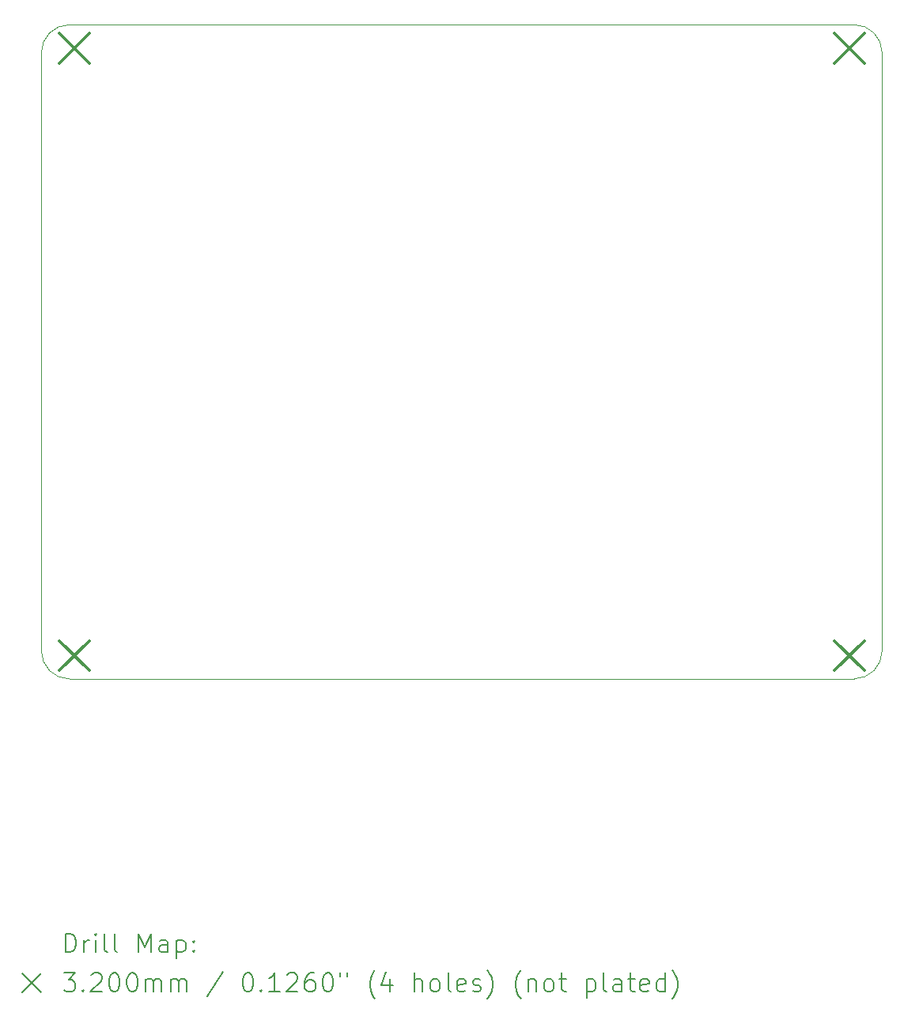
<source format=gbr>
%TF.GenerationSoftware,KiCad,Pcbnew,8.0.3-8.0.3-0~ubuntu22.04.1*%
%TF.CreationDate,2024-06-14T00:20:52-04:00*%
%TF.ProjectId,GarageDoor,47617261-6765-4446-9f6f-722e6b696361,rev?*%
%TF.SameCoordinates,Original*%
%TF.FileFunction,Drillmap*%
%TF.FilePolarity,Positive*%
%FSLAX45Y45*%
G04 Gerber Fmt 4.5, Leading zero omitted, Abs format (unit mm)*
G04 Created by KiCad (PCBNEW 8.0.3-8.0.3-0~ubuntu22.04.1) date 2024-06-14 00:20:52*
%MOMM*%
%LPD*%
G01*
G04 APERTURE LIST*
%ADD10C,0.050000*%
%ADD11C,0.200000*%
%ADD12C,0.320000*%
G04 APERTURE END LIST*
D10*
X11500000Y-2800000D02*
X11500000Y-9200000D01*
X2500000Y-2800000D02*
G75*
G02*
X2800000Y-2500000I300000J0D01*
G01*
X2500000Y-9200000D02*
X2500000Y-2800000D01*
X11500000Y-9200000D02*
G75*
G02*
X11200000Y-9500000I-300000J0D01*
G01*
X2800000Y-9500000D02*
G75*
G02*
X2500000Y-9200000I0J300000D01*
G01*
X11200000Y-2500000D02*
G75*
G02*
X11500000Y-2800000I0J-300000D01*
G01*
X2800000Y-2500000D02*
X11200000Y-2500000D01*
X11200000Y-9500000D02*
X2800000Y-9500000D01*
D11*
D12*
X2690000Y-2590000D02*
X3010000Y-2910000D01*
X3010000Y-2590000D02*
X2690000Y-2910000D01*
X2690000Y-9090000D02*
X3010000Y-9410000D01*
X3010000Y-9090000D02*
X2690000Y-9410000D01*
X10990000Y-2590000D02*
X11310000Y-2910000D01*
X11310000Y-2590000D02*
X10990000Y-2910000D01*
X10990000Y-9090000D02*
X11310000Y-9410000D01*
X11310000Y-9090000D02*
X10990000Y-9410000D01*
D11*
X2758277Y-12424984D02*
X2758277Y-12224984D01*
X2758277Y-12224984D02*
X2805896Y-12224984D01*
X2805896Y-12224984D02*
X2834467Y-12234508D01*
X2834467Y-12234508D02*
X2853515Y-12253555D01*
X2853515Y-12253555D02*
X2863039Y-12272603D01*
X2863039Y-12272603D02*
X2872562Y-12310698D01*
X2872562Y-12310698D02*
X2872562Y-12339269D01*
X2872562Y-12339269D02*
X2863039Y-12377365D01*
X2863039Y-12377365D02*
X2853515Y-12396412D01*
X2853515Y-12396412D02*
X2834467Y-12415460D01*
X2834467Y-12415460D02*
X2805896Y-12424984D01*
X2805896Y-12424984D02*
X2758277Y-12424984D01*
X2958277Y-12424984D02*
X2958277Y-12291650D01*
X2958277Y-12329746D02*
X2967801Y-12310698D01*
X2967801Y-12310698D02*
X2977324Y-12301174D01*
X2977324Y-12301174D02*
X2996372Y-12291650D01*
X2996372Y-12291650D02*
X3015420Y-12291650D01*
X3082086Y-12424984D02*
X3082086Y-12291650D01*
X3082086Y-12224984D02*
X3072562Y-12234508D01*
X3072562Y-12234508D02*
X3082086Y-12244031D01*
X3082086Y-12244031D02*
X3091610Y-12234508D01*
X3091610Y-12234508D02*
X3082086Y-12224984D01*
X3082086Y-12224984D02*
X3082086Y-12244031D01*
X3205896Y-12424984D02*
X3186848Y-12415460D01*
X3186848Y-12415460D02*
X3177324Y-12396412D01*
X3177324Y-12396412D02*
X3177324Y-12224984D01*
X3310658Y-12424984D02*
X3291610Y-12415460D01*
X3291610Y-12415460D02*
X3282086Y-12396412D01*
X3282086Y-12396412D02*
X3282086Y-12224984D01*
X3539229Y-12424984D02*
X3539229Y-12224984D01*
X3539229Y-12224984D02*
X3605896Y-12367841D01*
X3605896Y-12367841D02*
X3672562Y-12224984D01*
X3672562Y-12224984D02*
X3672562Y-12424984D01*
X3853515Y-12424984D02*
X3853515Y-12320222D01*
X3853515Y-12320222D02*
X3843991Y-12301174D01*
X3843991Y-12301174D02*
X3824943Y-12291650D01*
X3824943Y-12291650D02*
X3786848Y-12291650D01*
X3786848Y-12291650D02*
X3767801Y-12301174D01*
X3853515Y-12415460D02*
X3834467Y-12424984D01*
X3834467Y-12424984D02*
X3786848Y-12424984D01*
X3786848Y-12424984D02*
X3767801Y-12415460D01*
X3767801Y-12415460D02*
X3758277Y-12396412D01*
X3758277Y-12396412D02*
X3758277Y-12377365D01*
X3758277Y-12377365D02*
X3767801Y-12358317D01*
X3767801Y-12358317D02*
X3786848Y-12348793D01*
X3786848Y-12348793D02*
X3834467Y-12348793D01*
X3834467Y-12348793D02*
X3853515Y-12339269D01*
X3948753Y-12291650D02*
X3948753Y-12491650D01*
X3948753Y-12301174D02*
X3967801Y-12291650D01*
X3967801Y-12291650D02*
X4005896Y-12291650D01*
X4005896Y-12291650D02*
X4024943Y-12301174D01*
X4024943Y-12301174D02*
X4034467Y-12310698D01*
X4034467Y-12310698D02*
X4043991Y-12329746D01*
X4043991Y-12329746D02*
X4043991Y-12386888D01*
X4043991Y-12386888D02*
X4034467Y-12405936D01*
X4034467Y-12405936D02*
X4024943Y-12415460D01*
X4024943Y-12415460D02*
X4005896Y-12424984D01*
X4005896Y-12424984D02*
X3967801Y-12424984D01*
X3967801Y-12424984D02*
X3948753Y-12415460D01*
X4129705Y-12405936D02*
X4139229Y-12415460D01*
X4139229Y-12415460D02*
X4129705Y-12424984D01*
X4129705Y-12424984D02*
X4120182Y-12415460D01*
X4120182Y-12415460D02*
X4129705Y-12405936D01*
X4129705Y-12405936D02*
X4129705Y-12424984D01*
X4129705Y-12301174D02*
X4139229Y-12310698D01*
X4139229Y-12310698D02*
X4129705Y-12320222D01*
X4129705Y-12320222D02*
X4120182Y-12310698D01*
X4120182Y-12310698D02*
X4129705Y-12301174D01*
X4129705Y-12301174D02*
X4129705Y-12320222D01*
X2297500Y-12653500D02*
X2497500Y-12853500D01*
X2497500Y-12653500D02*
X2297500Y-12853500D01*
X2739229Y-12644984D02*
X2863039Y-12644984D01*
X2863039Y-12644984D02*
X2796372Y-12721174D01*
X2796372Y-12721174D02*
X2824943Y-12721174D01*
X2824943Y-12721174D02*
X2843991Y-12730698D01*
X2843991Y-12730698D02*
X2853515Y-12740222D01*
X2853515Y-12740222D02*
X2863039Y-12759269D01*
X2863039Y-12759269D02*
X2863039Y-12806888D01*
X2863039Y-12806888D02*
X2853515Y-12825936D01*
X2853515Y-12825936D02*
X2843991Y-12835460D01*
X2843991Y-12835460D02*
X2824943Y-12844984D01*
X2824943Y-12844984D02*
X2767801Y-12844984D01*
X2767801Y-12844984D02*
X2748753Y-12835460D01*
X2748753Y-12835460D02*
X2739229Y-12825936D01*
X2948753Y-12825936D02*
X2958277Y-12835460D01*
X2958277Y-12835460D02*
X2948753Y-12844984D01*
X2948753Y-12844984D02*
X2939229Y-12835460D01*
X2939229Y-12835460D02*
X2948753Y-12825936D01*
X2948753Y-12825936D02*
X2948753Y-12844984D01*
X3034467Y-12664031D02*
X3043991Y-12654508D01*
X3043991Y-12654508D02*
X3063039Y-12644984D01*
X3063039Y-12644984D02*
X3110658Y-12644984D01*
X3110658Y-12644984D02*
X3129705Y-12654508D01*
X3129705Y-12654508D02*
X3139229Y-12664031D01*
X3139229Y-12664031D02*
X3148753Y-12683079D01*
X3148753Y-12683079D02*
X3148753Y-12702127D01*
X3148753Y-12702127D02*
X3139229Y-12730698D01*
X3139229Y-12730698D02*
X3024943Y-12844984D01*
X3024943Y-12844984D02*
X3148753Y-12844984D01*
X3272562Y-12644984D02*
X3291610Y-12644984D01*
X3291610Y-12644984D02*
X3310658Y-12654508D01*
X3310658Y-12654508D02*
X3320182Y-12664031D01*
X3320182Y-12664031D02*
X3329705Y-12683079D01*
X3329705Y-12683079D02*
X3339229Y-12721174D01*
X3339229Y-12721174D02*
X3339229Y-12768793D01*
X3339229Y-12768793D02*
X3329705Y-12806888D01*
X3329705Y-12806888D02*
X3320182Y-12825936D01*
X3320182Y-12825936D02*
X3310658Y-12835460D01*
X3310658Y-12835460D02*
X3291610Y-12844984D01*
X3291610Y-12844984D02*
X3272562Y-12844984D01*
X3272562Y-12844984D02*
X3253515Y-12835460D01*
X3253515Y-12835460D02*
X3243991Y-12825936D01*
X3243991Y-12825936D02*
X3234467Y-12806888D01*
X3234467Y-12806888D02*
X3224943Y-12768793D01*
X3224943Y-12768793D02*
X3224943Y-12721174D01*
X3224943Y-12721174D02*
X3234467Y-12683079D01*
X3234467Y-12683079D02*
X3243991Y-12664031D01*
X3243991Y-12664031D02*
X3253515Y-12654508D01*
X3253515Y-12654508D02*
X3272562Y-12644984D01*
X3463039Y-12644984D02*
X3482086Y-12644984D01*
X3482086Y-12644984D02*
X3501134Y-12654508D01*
X3501134Y-12654508D02*
X3510658Y-12664031D01*
X3510658Y-12664031D02*
X3520182Y-12683079D01*
X3520182Y-12683079D02*
X3529705Y-12721174D01*
X3529705Y-12721174D02*
X3529705Y-12768793D01*
X3529705Y-12768793D02*
X3520182Y-12806888D01*
X3520182Y-12806888D02*
X3510658Y-12825936D01*
X3510658Y-12825936D02*
X3501134Y-12835460D01*
X3501134Y-12835460D02*
X3482086Y-12844984D01*
X3482086Y-12844984D02*
X3463039Y-12844984D01*
X3463039Y-12844984D02*
X3443991Y-12835460D01*
X3443991Y-12835460D02*
X3434467Y-12825936D01*
X3434467Y-12825936D02*
X3424943Y-12806888D01*
X3424943Y-12806888D02*
X3415420Y-12768793D01*
X3415420Y-12768793D02*
X3415420Y-12721174D01*
X3415420Y-12721174D02*
X3424943Y-12683079D01*
X3424943Y-12683079D02*
X3434467Y-12664031D01*
X3434467Y-12664031D02*
X3443991Y-12654508D01*
X3443991Y-12654508D02*
X3463039Y-12644984D01*
X3615420Y-12844984D02*
X3615420Y-12711650D01*
X3615420Y-12730698D02*
X3624943Y-12721174D01*
X3624943Y-12721174D02*
X3643991Y-12711650D01*
X3643991Y-12711650D02*
X3672563Y-12711650D01*
X3672563Y-12711650D02*
X3691610Y-12721174D01*
X3691610Y-12721174D02*
X3701134Y-12740222D01*
X3701134Y-12740222D02*
X3701134Y-12844984D01*
X3701134Y-12740222D02*
X3710658Y-12721174D01*
X3710658Y-12721174D02*
X3729705Y-12711650D01*
X3729705Y-12711650D02*
X3758277Y-12711650D01*
X3758277Y-12711650D02*
X3777324Y-12721174D01*
X3777324Y-12721174D02*
X3786848Y-12740222D01*
X3786848Y-12740222D02*
X3786848Y-12844984D01*
X3882086Y-12844984D02*
X3882086Y-12711650D01*
X3882086Y-12730698D02*
X3891610Y-12721174D01*
X3891610Y-12721174D02*
X3910658Y-12711650D01*
X3910658Y-12711650D02*
X3939229Y-12711650D01*
X3939229Y-12711650D02*
X3958277Y-12721174D01*
X3958277Y-12721174D02*
X3967801Y-12740222D01*
X3967801Y-12740222D02*
X3967801Y-12844984D01*
X3967801Y-12740222D02*
X3977324Y-12721174D01*
X3977324Y-12721174D02*
X3996372Y-12711650D01*
X3996372Y-12711650D02*
X4024943Y-12711650D01*
X4024943Y-12711650D02*
X4043991Y-12721174D01*
X4043991Y-12721174D02*
X4053515Y-12740222D01*
X4053515Y-12740222D02*
X4053515Y-12844984D01*
X4443991Y-12635460D02*
X4272563Y-12892603D01*
X4701134Y-12644984D02*
X4720182Y-12644984D01*
X4720182Y-12644984D02*
X4739229Y-12654508D01*
X4739229Y-12654508D02*
X4748753Y-12664031D01*
X4748753Y-12664031D02*
X4758277Y-12683079D01*
X4758277Y-12683079D02*
X4767801Y-12721174D01*
X4767801Y-12721174D02*
X4767801Y-12768793D01*
X4767801Y-12768793D02*
X4758277Y-12806888D01*
X4758277Y-12806888D02*
X4748753Y-12825936D01*
X4748753Y-12825936D02*
X4739229Y-12835460D01*
X4739229Y-12835460D02*
X4720182Y-12844984D01*
X4720182Y-12844984D02*
X4701134Y-12844984D01*
X4701134Y-12844984D02*
X4682087Y-12835460D01*
X4682087Y-12835460D02*
X4672563Y-12825936D01*
X4672563Y-12825936D02*
X4663039Y-12806888D01*
X4663039Y-12806888D02*
X4653515Y-12768793D01*
X4653515Y-12768793D02*
X4653515Y-12721174D01*
X4653515Y-12721174D02*
X4663039Y-12683079D01*
X4663039Y-12683079D02*
X4672563Y-12664031D01*
X4672563Y-12664031D02*
X4682087Y-12654508D01*
X4682087Y-12654508D02*
X4701134Y-12644984D01*
X4853515Y-12825936D02*
X4863039Y-12835460D01*
X4863039Y-12835460D02*
X4853515Y-12844984D01*
X4853515Y-12844984D02*
X4843991Y-12835460D01*
X4843991Y-12835460D02*
X4853515Y-12825936D01*
X4853515Y-12825936D02*
X4853515Y-12844984D01*
X5053515Y-12844984D02*
X4939229Y-12844984D01*
X4996372Y-12844984D02*
X4996372Y-12644984D01*
X4996372Y-12644984D02*
X4977325Y-12673555D01*
X4977325Y-12673555D02*
X4958277Y-12692603D01*
X4958277Y-12692603D02*
X4939229Y-12702127D01*
X5129706Y-12664031D02*
X5139229Y-12654508D01*
X5139229Y-12654508D02*
X5158277Y-12644984D01*
X5158277Y-12644984D02*
X5205896Y-12644984D01*
X5205896Y-12644984D02*
X5224944Y-12654508D01*
X5224944Y-12654508D02*
X5234468Y-12664031D01*
X5234468Y-12664031D02*
X5243991Y-12683079D01*
X5243991Y-12683079D02*
X5243991Y-12702127D01*
X5243991Y-12702127D02*
X5234468Y-12730698D01*
X5234468Y-12730698D02*
X5120182Y-12844984D01*
X5120182Y-12844984D02*
X5243991Y-12844984D01*
X5415420Y-12644984D02*
X5377325Y-12644984D01*
X5377325Y-12644984D02*
X5358277Y-12654508D01*
X5358277Y-12654508D02*
X5348753Y-12664031D01*
X5348753Y-12664031D02*
X5329706Y-12692603D01*
X5329706Y-12692603D02*
X5320182Y-12730698D01*
X5320182Y-12730698D02*
X5320182Y-12806888D01*
X5320182Y-12806888D02*
X5329706Y-12825936D01*
X5329706Y-12825936D02*
X5339229Y-12835460D01*
X5339229Y-12835460D02*
X5358277Y-12844984D01*
X5358277Y-12844984D02*
X5396372Y-12844984D01*
X5396372Y-12844984D02*
X5415420Y-12835460D01*
X5415420Y-12835460D02*
X5424944Y-12825936D01*
X5424944Y-12825936D02*
X5434468Y-12806888D01*
X5434468Y-12806888D02*
X5434468Y-12759269D01*
X5434468Y-12759269D02*
X5424944Y-12740222D01*
X5424944Y-12740222D02*
X5415420Y-12730698D01*
X5415420Y-12730698D02*
X5396372Y-12721174D01*
X5396372Y-12721174D02*
X5358277Y-12721174D01*
X5358277Y-12721174D02*
X5339229Y-12730698D01*
X5339229Y-12730698D02*
X5329706Y-12740222D01*
X5329706Y-12740222D02*
X5320182Y-12759269D01*
X5558277Y-12644984D02*
X5577325Y-12644984D01*
X5577325Y-12644984D02*
X5596372Y-12654508D01*
X5596372Y-12654508D02*
X5605896Y-12664031D01*
X5605896Y-12664031D02*
X5615420Y-12683079D01*
X5615420Y-12683079D02*
X5624944Y-12721174D01*
X5624944Y-12721174D02*
X5624944Y-12768793D01*
X5624944Y-12768793D02*
X5615420Y-12806888D01*
X5615420Y-12806888D02*
X5605896Y-12825936D01*
X5605896Y-12825936D02*
X5596372Y-12835460D01*
X5596372Y-12835460D02*
X5577325Y-12844984D01*
X5577325Y-12844984D02*
X5558277Y-12844984D01*
X5558277Y-12844984D02*
X5539229Y-12835460D01*
X5539229Y-12835460D02*
X5529706Y-12825936D01*
X5529706Y-12825936D02*
X5520182Y-12806888D01*
X5520182Y-12806888D02*
X5510658Y-12768793D01*
X5510658Y-12768793D02*
X5510658Y-12721174D01*
X5510658Y-12721174D02*
X5520182Y-12683079D01*
X5520182Y-12683079D02*
X5529706Y-12664031D01*
X5529706Y-12664031D02*
X5539229Y-12654508D01*
X5539229Y-12654508D02*
X5558277Y-12644984D01*
X5701134Y-12644984D02*
X5701134Y-12683079D01*
X5777325Y-12644984D02*
X5777325Y-12683079D01*
X6072563Y-12921174D02*
X6063039Y-12911650D01*
X6063039Y-12911650D02*
X6043991Y-12883079D01*
X6043991Y-12883079D02*
X6034468Y-12864031D01*
X6034468Y-12864031D02*
X6024944Y-12835460D01*
X6024944Y-12835460D02*
X6015420Y-12787841D01*
X6015420Y-12787841D02*
X6015420Y-12749746D01*
X6015420Y-12749746D02*
X6024944Y-12702127D01*
X6024944Y-12702127D02*
X6034468Y-12673555D01*
X6034468Y-12673555D02*
X6043991Y-12654508D01*
X6043991Y-12654508D02*
X6063039Y-12625936D01*
X6063039Y-12625936D02*
X6072563Y-12616412D01*
X6234468Y-12711650D02*
X6234468Y-12844984D01*
X6186848Y-12635460D02*
X6139229Y-12778317D01*
X6139229Y-12778317D02*
X6263039Y-12778317D01*
X6491610Y-12844984D02*
X6491610Y-12644984D01*
X6577325Y-12844984D02*
X6577325Y-12740222D01*
X6577325Y-12740222D02*
X6567801Y-12721174D01*
X6567801Y-12721174D02*
X6548753Y-12711650D01*
X6548753Y-12711650D02*
X6520182Y-12711650D01*
X6520182Y-12711650D02*
X6501134Y-12721174D01*
X6501134Y-12721174D02*
X6491610Y-12730698D01*
X6701134Y-12844984D02*
X6682087Y-12835460D01*
X6682087Y-12835460D02*
X6672563Y-12825936D01*
X6672563Y-12825936D02*
X6663039Y-12806888D01*
X6663039Y-12806888D02*
X6663039Y-12749746D01*
X6663039Y-12749746D02*
X6672563Y-12730698D01*
X6672563Y-12730698D02*
X6682087Y-12721174D01*
X6682087Y-12721174D02*
X6701134Y-12711650D01*
X6701134Y-12711650D02*
X6729706Y-12711650D01*
X6729706Y-12711650D02*
X6748753Y-12721174D01*
X6748753Y-12721174D02*
X6758277Y-12730698D01*
X6758277Y-12730698D02*
X6767801Y-12749746D01*
X6767801Y-12749746D02*
X6767801Y-12806888D01*
X6767801Y-12806888D02*
X6758277Y-12825936D01*
X6758277Y-12825936D02*
X6748753Y-12835460D01*
X6748753Y-12835460D02*
X6729706Y-12844984D01*
X6729706Y-12844984D02*
X6701134Y-12844984D01*
X6882087Y-12844984D02*
X6863039Y-12835460D01*
X6863039Y-12835460D02*
X6853515Y-12816412D01*
X6853515Y-12816412D02*
X6853515Y-12644984D01*
X7034468Y-12835460D02*
X7015420Y-12844984D01*
X7015420Y-12844984D02*
X6977325Y-12844984D01*
X6977325Y-12844984D02*
X6958277Y-12835460D01*
X6958277Y-12835460D02*
X6948753Y-12816412D01*
X6948753Y-12816412D02*
X6948753Y-12740222D01*
X6948753Y-12740222D02*
X6958277Y-12721174D01*
X6958277Y-12721174D02*
X6977325Y-12711650D01*
X6977325Y-12711650D02*
X7015420Y-12711650D01*
X7015420Y-12711650D02*
X7034468Y-12721174D01*
X7034468Y-12721174D02*
X7043991Y-12740222D01*
X7043991Y-12740222D02*
X7043991Y-12759269D01*
X7043991Y-12759269D02*
X6948753Y-12778317D01*
X7120182Y-12835460D02*
X7139230Y-12844984D01*
X7139230Y-12844984D02*
X7177325Y-12844984D01*
X7177325Y-12844984D02*
X7196372Y-12835460D01*
X7196372Y-12835460D02*
X7205896Y-12816412D01*
X7205896Y-12816412D02*
X7205896Y-12806888D01*
X7205896Y-12806888D02*
X7196372Y-12787841D01*
X7196372Y-12787841D02*
X7177325Y-12778317D01*
X7177325Y-12778317D02*
X7148753Y-12778317D01*
X7148753Y-12778317D02*
X7129706Y-12768793D01*
X7129706Y-12768793D02*
X7120182Y-12749746D01*
X7120182Y-12749746D02*
X7120182Y-12740222D01*
X7120182Y-12740222D02*
X7129706Y-12721174D01*
X7129706Y-12721174D02*
X7148753Y-12711650D01*
X7148753Y-12711650D02*
X7177325Y-12711650D01*
X7177325Y-12711650D02*
X7196372Y-12721174D01*
X7272563Y-12921174D02*
X7282087Y-12911650D01*
X7282087Y-12911650D02*
X7301134Y-12883079D01*
X7301134Y-12883079D02*
X7310658Y-12864031D01*
X7310658Y-12864031D02*
X7320182Y-12835460D01*
X7320182Y-12835460D02*
X7329706Y-12787841D01*
X7329706Y-12787841D02*
X7329706Y-12749746D01*
X7329706Y-12749746D02*
X7320182Y-12702127D01*
X7320182Y-12702127D02*
X7310658Y-12673555D01*
X7310658Y-12673555D02*
X7301134Y-12654508D01*
X7301134Y-12654508D02*
X7282087Y-12625936D01*
X7282087Y-12625936D02*
X7272563Y-12616412D01*
X7634468Y-12921174D02*
X7624944Y-12911650D01*
X7624944Y-12911650D02*
X7605896Y-12883079D01*
X7605896Y-12883079D02*
X7596372Y-12864031D01*
X7596372Y-12864031D02*
X7586849Y-12835460D01*
X7586849Y-12835460D02*
X7577325Y-12787841D01*
X7577325Y-12787841D02*
X7577325Y-12749746D01*
X7577325Y-12749746D02*
X7586849Y-12702127D01*
X7586849Y-12702127D02*
X7596372Y-12673555D01*
X7596372Y-12673555D02*
X7605896Y-12654508D01*
X7605896Y-12654508D02*
X7624944Y-12625936D01*
X7624944Y-12625936D02*
X7634468Y-12616412D01*
X7710658Y-12711650D02*
X7710658Y-12844984D01*
X7710658Y-12730698D02*
X7720182Y-12721174D01*
X7720182Y-12721174D02*
X7739230Y-12711650D01*
X7739230Y-12711650D02*
X7767801Y-12711650D01*
X7767801Y-12711650D02*
X7786849Y-12721174D01*
X7786849Y-12721174D02*
X7796372Y-12740222D01*
X7796372Y-12740222D02*
X7796372Y-12844984D01*
X7920182Y-12844984D02*
X7901134Y-12835460D01*
X7901134Y-12835460D02*
X7891611Y-12825936D01*
X7891611Y-12825936D02*
X7882087Y-12806888D01*
X7882087Y-12806888D02*
X7882087Y-12749746D01*
X7882087Y-12749746D02*
X7891611Y-12730698D01*
X7891611Y-12730698D02*
X7901134Y-12721174D01*
X7901134Y-12721174D02*
X7920182Y-12711650D01*
X7920182Y-12711650D02*
X7948753Y-12711650D01*
X7948753Y-12711650D02*
X7967801Y-12721174D01*
X7967801Y-12721174D02*
X7977325Y-12730698D01*
X7977325Y-12730698D02*
X7986849Y-12749746D01*
X7986849Y-12749746D02*
X7986849Y-12806888D01*
X7986849Y-12806888D02*
X7977325Y-12825936D01*
X7977325Y-12825936D02*
X7967801Y-12835460D01*
X7967801Y-12835460D02*
X7948753Y-12844984D01*
X7948753Y-12844984D02*
X7920182Y-12844984D01*
X8043992Y-12711650D02*
X8120182Y-12711650D01*
X8072563Y-12644984D02*
X8072563Y-12816412D01*
X8072563Y-12816412D02*
X8082087Y-12835460D01*
X8082087Y-12835460D02*
X8101134Y-12844984D01*
X8101134Y-12844984D02*
X8120182Y-12844984D01*
X8339230Y-12711650D02*
X8339230Y-12911650D01*
X8339230Y-12721174D02*
X8358277Y-12711650D01*
X8358277Y-12711650D02*
X8396373Y-12711650D01*
X8396373Y-12711650D02*
X8415420Y-12721174D01*
X8415420Y-12721174D02*
X8424944Y-12730698D01*
X8424944Y-12730698D02*
X8434468Y-12749746D01*
X8434468Y-12749746D02*
X8434468Y-12806888D01*
X8434468Y-12806888D02*
X8424944Y-12825936D01*
X8424944Y-12825936D02*
X8415420Y-12835460D01*
X8415420Y-12835460D02*
X8396373Y-12844984D01*
X8396373Y-12844984D02*
X8358277Y-12844984D01*
X8358277Y-12844984D02*
X8339230Y-12835460D01*
X8548754Y-12844984D02*
X8529706Y-12835460D01*
X8529706Y-12835460D02*
X8520182Y-12816412D01*
X8520182Y-12816412D02*
X8520182Y-12644984D01*
X8710658Y-12844984D02*
X8710658Y-12740222D01*
X8710658Y-12740222D02*
X8701135Y-12721174D01*
X8701135Y-12721174D02*
X8682087Y-12711650D01*
X8682087Y-12711650D02*
X8643992Y-12711650D01*
X8643992Y-12711650D02*
X8624944Y-12721174D01*
X8710658Y-12835460D02*
X8691611Y-12844984D01*
X8691611Y-12844984D02*
X8643992Y-12844984D01*
X8643992Y-12844984D02*
X8624944Y-12835460D01*
X8624944Y-12835460D02*
X8615420Y-12816412D01*
X8615420Y-12816412D02*
X8615420Y-12797365D01*
X8615420Y-12797365D02*
X8624944Y-12778317D01*
X8624944Y-12778317D02*
X8643992Y-12768793D01*
X8643992Y-12768793D02*
X8691611Y-12768793D01*
X8691611Y-12768793D02*
X8710658Y-12759269D01*
X8777325Y-12711650D02*
X8853515Y-12711650D01*
X8805896Y-12644984D02*
X8805896Y-12816412D01*
X8805896Y-12816412D02*
X8815420Y-12835460D01*
X8815420Y-12835460D02*
X8834468Y-12844984D01*
X8834468Y-12844984D02*
X8853515Y-12844984D01*
X8996373Y-12835460D02*
X8977325Y-12844984D01*
X8977325Y-12844984D02*
X8939230Y-12844984D01*
X8939230Y-12844984D02*
X8920182Y-12835460D01*
X8920182Y-12835460D02*
X8910658Y-12816412D01*
X8910658Y-12816412D02*
X8910658Y-12740222D01*
X8910658Y-12740222D02*
X8920182Y-12721174D01*
X8920182Y-12721174D02*
X8939230Y-12711650D01*
X8939230Y-12711650D02*
X8977325Y-12711650D01*
X8977325Y-12711650D02*
X8996373Y-12721174D01*
X8996373Y-12721174D02*
X9005896Y-12740222D01*
X9005896Y-12740222D02*
X9005896Y-12759269D01*
X9005896Y-12759269D02*
X8910658Y-12778317D01*
X9177325Y-12844984D02*
X9177325Y-12644984D01*
X9177325Y-12835460D02*
X9158277Y-12844984D01*
X9158277Y-12844984D02*
X9120182Y-12844984D01*
X9120182Y-12844984D02*
X9101135Y-12835460D01*
X9101135Y-12835460D02*
X9091611Y-12825936D01*
X9091611Y-12825936D02*
X9082087Y-12806888D01*
X9082087Y-12806888D02*
X9082087Y-12749746D01*
X9082087Y-12749746D02*
X9091611Y-12730698D01*
X9091611Y-12730698D02*
X9101135Y-12721174D01*
X9101135Y-12721174D02*
X9120182Y-12711650D01*
X9120182Y-12711650D02*
X9158277Y-12711650D01*
X9158277Y-12711650D02*
X9177325Y-12721174D01*
X9253516Y-12921174D02*
X9263039Y-12911650D01*
X9263039Y-12911650D02*
X9282087Y-12883079D01*
X9282087Y-12883079D02*
X9291611Y-12864031D01*
X9291611Y-12864031D02*
X9301135Y-12835460D01*
X9301135Y-12835460D02*
X9310658Y-12787841D01*
X9310658Y-12787841D02*
X9310658Y-12749746D01*
X9310658Y-12749746D02*
X9301135Y-12702127D01*
X9301135Y-12702127D02*
X9291611Y-12673555D01*
X9291611Y-12673555D02*
X9282087Y-12654508D01*
X9282087Y-12654508D02*
X9263039Y-12625936D01*
X9263039Y-12625936D02*
X9253516Y-12616412D01*
M02*

</source>
